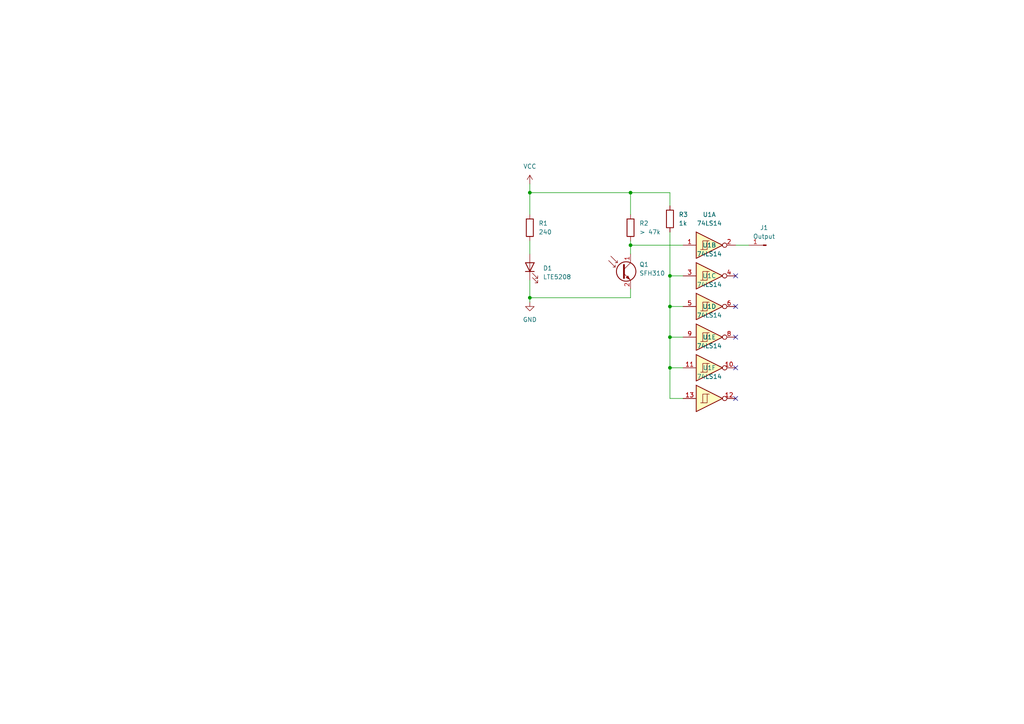
<source format=kicad_sch>
(kicad_sch (version 20250114) (generator "eeschema") (generator_version "9.0")
  (paper "A4")
  (lib_symbols
    (symbol "74xx:74LS14" (pin_names (offset 1.016))
      (property "Reference" "U" (at 0 1.27 0))
      (property "Value" "74LS14" (at 0 -1.27 0))
      (symbol "74LS14_1_0"
        (polyline (pts (xy -3.81 3.81) (xy -3.81 -3.81) (xy 3.81 0) (xy -3.81 3.81)) (stroke (width 0.254)) (fill (type background)))
        (pin input line (at -7.62 0 0) (length 3.81) (name "~") (number "1"))
        (pin output inverted (at 7.62 0 180) (length 3.81) (name "~") (number "2"))
      )
      (symbol "74LS14_1_1"
        (polyline (pts (xy -2.54 -1.27) (xy -0.635 -1.27) (xy -0.635 1.27) (xy 0 1.27)))
        (polyline (pts (xy -1.905 -1.27) (xy -1.905 1.27) (xy -0.635 1.27)))
      )
      (symbol "74LS14_2_0"
        (polyline (pts (xy -3.81 3.81) (xy -3.81 -3.81) (xy 3.81 0) (xy -3.81 3.81)) (stroke (width 0.254)) (fill (type background)))
        (pin input line (at -7.62 0 0) (length 3.81) (name "~") (number "3"))
        (pin output inverted (at 7.62 0 180) (length 3.81) (name "~") (number "4"))
      )
      (symbol "74LS14_2_1"
        (polyline (pts (xy -2.54 -1.27) (xy -0.635 -1.27) (xy -0.635 1.27) (xy 0 1.27)))
        (polyline (pts (xy -1.905 -1.27) (xy -1.905 1.27) (xy -0.635 1.27)))
      )
      (symbol "74LS14_3_0"
        (polyline (pts (xy -3.81 3.81) (xy -3.81 -3.81) (xy 3.81 0) (xy -3.81 3.81)) (stroke (width 0.254)) (fill (type background)))
        (pin input line (at -7.62 0 0) (length 3.81) (name "~") (number "5"))
        (pin output inverted (at 7.62 0 180) (length 3.81) (name "~") (number "6"))
      )
      (symbol "74LS14_3_1"
        (polyline (pts (xy -2.54 -1.27) (xy -0.635 -1.27) (xy -0.635 1.27) (xy 0 1.27)))
        (polyline (pts (xy -1.905 -1.27) (xy -1.905 1.27) (xy -0.635 1.27)))
      )
      (symbol "74LS14_4_0"
        (polyline (pts (xy -3.81 3.81) (xy -3.81 -3.81) (xy 3.81 0) (xy -3.81 3.81)) (stroke (width 0.254)) (fill (type background)))
        (pin input line (at -7.62 0 0) (length 3.81) (name "~") (number "9"))
        (pin output inverted (at 7.62 0 180) (length 3.81) (name "~") (number "8"))
      )
      (symbol "74LS14_4_1"
        (polyline (pts (xy -2.54 -1.27) (xy -0.635 -1.27) (xy -0.635 1.27) (xy 0 1.27)))
        (polyline (pts (xy -1.905 -1.27) (xy -1.905 1.27) (xy -0.635 1.27)))
      )
      (symbol "74LS14_5_0"
        (polyline (pts (xy -3.81 3.81) (xy -3.81 -3.81) (xy 3.81 0) (xy -3.81 3.81)) (stroke (width 0.254)) (fill (type background)))
        (pin input line (at -7.62 0 0) (length 3.81) (name "~") (number "11"))
        (pin output inverted (at 7.62 0 180) (length 3.81) (name "~") (number "10"))
      )
      (symbol "74LS14_5_1"
        (polyline (pts (xy -2.54 -1.27) (xy -0.635 -1.27) (xy -0.635 1.27) (xy 0 1.27)))
        (polyline (pts (xy -1.905 -1.27) (xy -1.905 1.27) (xy -0.635 1.27)))
      )
      (symbol "74LS14_6_0"
        (polyline (pts (xy -3.81 3.81) (xy -3.81 -3.81) (xy 3.81 0) (xy -3.81 3.81)) (stroke (width 0.254)) (fill (type background)))
        (pin input line (at -7.62 0 0) (length 3.81) (name "~") (number "13"))
        (pin output inverted (at 7.62 0 180) (length 3.81) (name "~") (number "12"))
      )
      (symbol "74LS14_6_1"
        (polyline (pts (xy -2.54 -1.27) (xy -0.635 -1.27) (xy -0.635 1.27) (xy 0 1.27)))
        (polyline (pts (xy -1.905 -1.27) (xy -1.905 1.27) (xy -0.635 1.27)))
      )
      (symbol "74LS14_7_0"
        (pin power_in line (at 0 12.7 270) (length 5.08) (name "VCC") (number "14"))
        (pin power_in line (at 0 -12.7 90) (length 5.08) (name "GND") (number "7"))
      )
      (symbol "74LS14_7_1"
        (rectangle (start -5.08 7.62) (end 5.08 -7.62) (stroke (width 0.254)) (fill (type background)))
      )
    )
    (symbol "Connector:Conn_01x01_Pin" (pin_names (offset 1.016) (hide yes))
      (property "Reference" "J" (at 0 2.54 0))
      (property "Value" "Conn_01x01_Pin" (at 0 -2.54 0))
      (symbol "Conn_01x01_Pin_1_1"
        (rectangle (start 0.8636 0.127) (end 0 -0.127) (stroke (width 0.1524)) (fill (type outline)))
        (polyline (pts (xy 1.27 0) (xy 0.8636 0)) (stroke (width 0.1524)))
        (pin passive line (at 5.08 0 180) (length 3.81) (name "Pin_1") (number "1"))
      )
    )
    (symbol "Device:LED" (pin_numbers (hide yes)) (pin_names (offset 1.016) (hide yes))
      (property "Reference" "D" (at 0 2.54 0))
      (property "Value" "LED" (at 0 -2.54 0))
      (symbol "LED_0_1"
        (polyline (pts (xy -3.048 -0.762) (xy -4.572 -2.286) (xy -3.81 -2.286) (xy -4.572 -2.286) (xy -4.572 -1.524)))
        (polyline (pts (xy -1.778 -0.762) (xy -3.302 -2.286) (xy -2.54 -2.286) (xy -3.302 -2.286) (xy -3.302 -1.524)))
        (polyline (pts (xy -1.27 0) (xy 1.27 0)))
        (polyline (pts (xy -1.27 -1.27) (xy -1.27 1.27)) (stroke (width 0.254)))
        (polyline (pts (xy 1.27 -1.27) (xy 1.27 1.27) (xy -1.27 0) (xy 1.27 -1.27)) (stroke (width 0.254)))
      )
      (symbol "LED_1_1"
        (pin passive line (at -3.81 0 0) (length 2.54) (name "K") (number "1"))
        (pin passive line (at 3.81 0 180) (length 2.54) (name "A") (number "2"))
      )
    )
    (symbol "Device:R" (pin_numbers (hide yes)) (pin_names (offset 0))
      (property "Reference" "R" (at 2.032 0 90))
      (property "Value" "R" (at 0 0 90))
      (symbol "R_0_1"
        (rectangle (start -1.016 -2.54) (end 1.016 2.54) (stroke (width 0.254)))
      )
      (symbol "R_1_1"
        (pin passive line (at 0 3.81 270) (length 1.27) (name "~") (number "1"))
        (pin passive line (at 0 -3.81 90) (length 1.27) (name "~") (number "2"))
      )
    )
    (symbol "Sensor_Optical:SFH309" (pin_names (offset 0) (hide yes))
      (property "Reference" "Q" (at 5.08 1.27 0))
      (property "Value" "SFH309" (at 5.08 -1.27 0))
      (symbol "SFH309_0_1"
        (polyline (pts (xy -3.81 3.175) (xy -1.905 1.27) (xy -1.905 1.905)))
        (polyline (pts (xy -3.175 4.445) (xy -1.27 2.54) (xy -1.27 3.175)))
        (polyline (pts (xy -1.905 1.27) (xy -2.54 1.27)))
        (polyline (pts (xy -1.27 2.54) (xy -1.905 2.54)))
        (polyline (pts (xy 0.635 1.905) (xy 0.635 -1.905)) (stroke (width 0.508)))
        (polyline (pts (xy 0.635 0.635) (xy 2.54 2.54)))
        (polyline (pts (xy 0.635 -0.635) (xy 2.54 -2.54)))
        (circle (center 1.27 0) (radius 2.8194) (stroke (width 0.254)))
        (polyline (pts (xy 1.27 -1.778) (xy 1.778 -1.27) (xy 2.286 -2.286) (xy 1.27 -1.778)) (fill (type outline)))
      )
      (symbol "SFH309_1_1"
        (pin passive line (at 2.54 5.08 270) (length 2.54) (name "C") (number "1"))
        (pin passive line (at 2.54 -5.08 90) (length 2.54) (name "E") (number "2"))
      )
    )
    (symbol "power:GND" (power) (pin_numbers (hide yes)) (pin_names (offset 0) (hide yes))
      (property "Value" "GND" (at 0 -3.81 0))
      (symbol "GND_0_1"
        (polyline (pts (xy 0 0) (xy 0 -1.27) (xy 1.27 -1.27) (xy 0 -2.54) (xy -1.27 -1.27) (xy 0 -1.27)))
      )
      (symbol "GND_1_1"
        (pin power_in line (at 0 0 270) (length 0) (name "~") (number "1"))
      )
    )
    (symbol "power:VCC" (power) (pin_numbers (hide yes)) (pin_names (offset 0) (hide yes))
      (property "Value" "VCC" (at 0 3.556 0))
      (symbol "VCC_0_1"
        (polyline (pts (xy -0.762 1.27) (xy 0 2.54)))
        (polyline (pts (xy 0 2.54) (xy 0.762 1.27)))
        (polyline (pts (xy 0 0) (xy 0 2.54)))
      )
      (symbol "VCC_1_1"
        (pin power_in line (at 0 0 90) (length 0) (name "~") (number "1"))
      )
    )
  )
  (junction (at 182.88 71.12))
  (junction (at 182.88 55.88))
  (junction (at 153.67 55.88))
  (junction (at 194.31 97.79))
  (junction (at 194.31 106.68))
  (junction (at 194.31 88.9))
  (junction (at 153.67 86.36))
  (junction (at 194.31 80.01))
  (no_connect (at 213.36 88.9))
  (no_connect (at 213.36 115.57))
  (no_connect (at 213.36 80.01))
  (no_connect (at 213.36 97.79))
  (no_connect (at 213.36 106.68))
  (wire (pts (xy 194.31 88.9) (xy 194.31 97.79)))
  (wire (pts (xy 153.67 86.36) (xy 182.88 86.36)))
  (wire (pts (xy 194.31 80.01) (xy 198.12 80.01)))
  (wire (pts (xy 194.31 97.79) (xy 194.31 106.68)))
  (wire (pts (xy 182.88 62.23) (xy 182.88 55.88)))
  (wire (pts (xy 217.17 71.12) (xy 213.36 71.12)))
  (wire (pts (xy 153.67 81.28) (xy 153.67 86.36)))
  (wire (pts (xy 182.88 71.12) (xy 198.12 71.12)))
  (wire (pts (xy 194.31 115.57) (xy 198.12 115.57)))
  (wire (pts (xy 194.31 80.01) (xy 194.31 88.9)))
  (wire (pts (xy 194.31 67.31) (xy 194.31 80.01)))
  (wire (pts (xy 194.31 55.88) (xy 194.31 59.69)))
  (wire (pts (xy 182.88 71.12) (xy 182.88 73.66)))
  (wire (pts (xy 153.67 55.88) (xy 182.88 55.88)))
  (wire (pts (xy 153.67 69.85) (xy 153.67 73.66)))
  (wire (pts (xy 182.88 69.85) (xy 182.88 71.12)))
  (wire (pts (xy 194.31 97.79) (xy 198.12 97.79)))
  (wire (pts (xy 182.88 83.82) (xy 182.88 86.36)))
  (wire (pts (xy 153.67 86.36) (xy 153.67 87.63)))
  (wire (pts (xy 194.31 106.68) (xy 198.12 106.68)))
  (wire (pts (xy 194.31 106.68) (xy 194.31 115.57)))
  (wire (pts (xy 153.67 53.34) (xy 153.67 55.88)))
  (wire (pts (xy 153.67 55.88) (xy 153.67 62.23)))
  (wire (pts (xy 194.31 88.9) (xy 198.12 88.9)))
  (wire (pts (xy 182.88 55.88) (xy 194.31 55.88)))
  (symbol (lib_id "74xx:74LS14") (at 205.74 71.12 0) (unit 1)
    (property "Reference" "U1" (at 205.74 62.23 0))
    (property "Value" "74LS14" (at 205.74 64.77 0))
    (property "Datasheet" "http://www.ti.com/lit/gpn/sn74LS14" (effects (hide yes)))
    (property "Description" "Hex inverter schmitt trigger" (effects (hide yes)))
  )
  (symbol (lib_id "Sensor_Optical:SFH309") (at 180.34 78.74 0) (unit 1)
    (property "Reference" "Q1" (at 185.42 76.7206 0) (effects (justify left)))
    (property "Value" "SFH310" (at 185.42 79.2606 0) (effects (justify left)))
    (property "Footprint" "LED_THT:LED_D3.0mm_Clear" (effects (hide yes)))
    (property "Datasheet" "http://www.osram-os.com/Graphics/XPic2/00101811_0.pdf/SFH%20309,%20SFH%20309%20FA,%20Lead%20(Pb)%20Free%20Product%20-%20RoHS%20Compliant.pdf" (effects (hide yes)))
    (property "Description" "Phototransistor NPN" (effects (hide yes)))
  )
  (symbol (lib_id "74xx:74LS14") (at 205.74 115.57 0) (unit 6)
    (property "Reference" "U1" (at 205.74 106.68 0))
    (property "Value" "74LS14" (at 205.74 109.22 0))
    (property "Datasheet" "http://www.ti.com/lit/gpn/sn74LS14" (effects (hide yes)))
    (property "Description" "Hex inverter schmitt trigger" (effects (hide yes)))
  )
  (symbol (lib_id "power:GND") (at 153.67 87.63 0) (unit 1)
    (property "Reference" "#PWR02" (effects (hide yes)))
    (property "Value" "GND" (at 153.67 92.71 0))
    (property "Description" "Power symbol creates a global label with name \"GND\" , ground" (effects (hide yes)))
  )
  (symbol (lib_id "74xx:74LS14") (at 205.74 80.01 0) (unit 2)
    (property "Reference" "U1" (at 205.74 71.12 0))
    (property "Value" "74LS14" (at 205.74 73.66 0))
    (property "Datasheet" "http://www.ti.com/lit/gpn/sn74LS14" (effects (hide yes)))
    (property "Description" "Hex inverter schmitt trigger" (effects (hide yes)))
  )
  (symbol (lib_id "Device:R") (at 182.88 66.04 0) (unit 1)
    (property "Reference" "R2" (at 185.42 64.7699 0) (effects (justify left)))
    (property "Value" "> 47k" (at 185.42 67.3099 0) (effects (justify left)))
    (property "Description" "Resistor" (effects (hide yes)))
  )
  (symbol (lib_id "74xx:74LS14") (at 205.74 97.79 0) (unit 4)
    (property "Reference" "U1" (at 205.74 88.9 0))
    (property "Value" "74LS14" (at 205.74 91.44 0))
    (property "Datasheet" "http://www.ti.com/lit/gpn/sn74LS14" (effects (hide yes)))
    (property "Description" "Hex inverter schmitt trigger" (effects (hide yes)))
  )
  (symbol (lib_id "Device:R") (at 153.67 66.04 0) (unit 1)
    (property "Reference" "R1" (at 156.21 64.7699 0) (effects (justify left)))
    (property "Value" "240" (at 156.21 67.3099 0) (effects (justify left)))
    (property "Description" "Resistor" (effects (hide yes)))
  )
  (symbol (lib_id "74xx:74LS14") (at 205.74 106.68 0) (unit 5)
    (property "Reference" "U1" (at 205.74 97.79 0))
    (property "Value" "74LS14" (at 205.74 100.33 0))
    (property "Datasheet" "http://www.ti.com/lit/gpn/sn74LS14" (effects (hide yes)))
    (property "Description" "Hex inverter schmitt trigger" (effects (hide yes)))
  )
  (symbol (lib_id "Connector:Conn_01x01_Pin") (at 222.25 71.12 180) (unit 1)
    (property "Reference" "J1" (at 221.615 66.04 0))
    (property "Value" "Output" (at 221.615 68.58 0))
    (property "Description" "Generic connector, single row, 01x01, script generated" (effects (hide yes)))
  )
  (symbol (lib_id "power:VCC") (at 153.67 53.34 0) (unit 1)
    (property "Reference" "#PWR01" (effects (hide yes)))
    (property "Value" "VCC" (at 153.67 48.26 0))
    (property "Description" "Power symbol creates a global label with name \"VCC\"" (effects (hide yes)))
  )
  (symbol (lib_id "Device:R") (at 194.31 63.5 0) (unit 1)
    (property "Reference" "R3" (at 196.85 62.2299 0) (effects (justify left)))
    (property "Value" "1k" (at 196.85 64.7699 0) (effects (justify left)))
    (property "Description" "Resistor" (effects (hide yes)))
  )
  (symbol (lib_id "Device:LED") (at 153.67 77.47 90) (unit 1)
    (property "Reference" "D1" (at 157.48 77.7874 90) (effects (justify right)))
    (property "Value" "LTE5208" (at 157.48 80.3274 90) (effects (justify right)))
    (property "Description" "Light emitting diode" (effects (hide yes)))
    (property "Sim.Pins" "1=K 2=A" (effects (hide yes)))
  )
  (symbol (lib_id "74xx:74LS14") (at 205.74 88.9 0) (unit 3)
    (property "Reference" "U1" (at 205.74 80.01 0))
    (property "Value" "74LS14" (at 205.74 82.55 0))
    (property "Datasheet" "http://www.ti.com/lit/gpn/sn74LS14" (effects (hide yes)))
    (property "Description" "Hex inverter schmitt trigger" (effects (hide yes)))
  )
)
</source>
